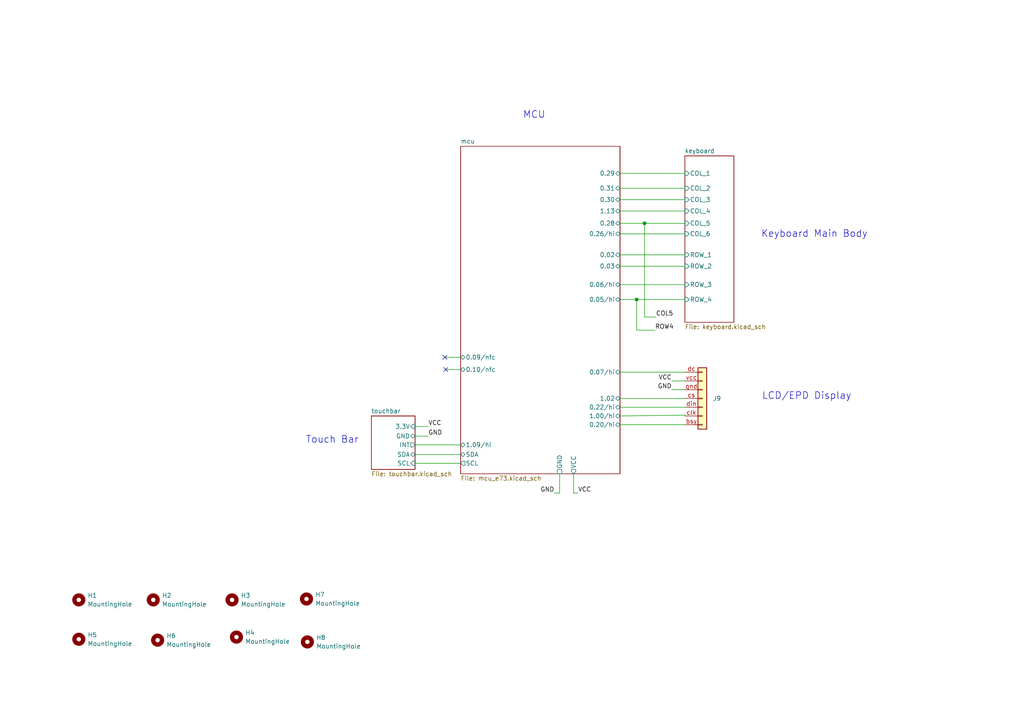
<source format=kicad_sch>
(kicad_sch (version 20211123) (generator eeschema)
  (paper "A4")
  (lib_symbols
    (symbol "Mechanical:MountingHole" (pin_names (offset 1.016))
      (property "Reference" "H" (at 0 5.08 0))
      (property "Value" "MountingHole" (at 0 3.175 0))
      (symbol "MountingHole_0_1"
        (circle (center 0 0) (radius 1.27) (stroke (width 1.27)))
      )
    )
    (symbol "mysymbol:Conn_LCD" (pin_names (offset 1.016) hide)
      (property "Reference" "J" (at 0 10.16 0))
      (property "Value" "Conn_LCD" (at 0 -10.16 0))
      (symbol "Conn_LCD_1_1"
        (rectangle (start -1.27 -7.493) (end 0 -7.747) (stroke (width 0.1524)))
        (rectangle (start -1.27 -4.953) (end 0 -5.207) (stroke (width 0.1524)))
        (rectangle (start -1.27 -2.413) (end 0 -2.667) (stroke (width 0.1524)))
        (rectangle (start -1.27 0.127) (end 0 -0.127) (stroke (width 0.1524)))
        (rectangle (start -1.27 2.667) (end 0 2.413) (stroke (width 0.1524)))
        (rectangle (start -1.27 5.207) (end 0 4.953) (stroke (width 0.1524)))
        (rectangle (start -1.27 7.747) (end 0 7.493) (stroke (width 0.1524)))
        (rectangle (start -1.27 8.89) (end 1.27 -8.89) (stroke (width 0.254)) (fill (type background)))
        (pin passive line (at -5.08 -7.62 0) (length 3.81) (name "bsy") (number "bsy"))
        (pin passive line (at -5.08 -5.08 0) (length 3.81) (name "clk") (number "clk"))
        (pin passive line (at -5.08 0 0) (length 3.81) (name "cs") (number "cs"))
        (pin passive line (at -5.08 7.62 0) (length 3.81) (name "dc") (number "dc"))
        (pin passive line (at -5.08 -2.54 0) (length 3.81) (name "din") (number "din"))
        (pin passive line (at -5.08 2.54 0) (length 3.81) (name "gnd") (number "gnd"))
        (pin passive line (at -5.08 5.08 0) (length 3.81) (name "vcc") (number "vcc"))
      )
    )
  )
  (junction (at 184.658 86.868))
  (junction (at 186.944 64.77))
  (no_connect (at 129.032 103.632))
  (no_connect (at 129.286 107.188))
  (wire (pts (xy 194.818 113.03) (xy 198.628 113.03)))
  (wire (pts (xy 194.818 110.49) (xy 198.628 110.49)))
  (wire (pts (xy 179.832 115.57) (xy 198.628 115.57)))
  (wire (pts (xy 179.832 64.77) (xy 186.944 64.77)))
  (wire (pts (xy 179.832 82.55) (xy 198.628 82.55)))
  (wire (pts (xy 179.832 50.292) (xy 198.628 50.292)))
  (wire (pts (xy 120.396 131.826) (xy 133.604 131.826)))
  (wire (pts (xy 198.628 120.396) (xy 198.628 120.65)))
  (wire (pts (xy 120.396 129.032) (xy 133.604 129.032)))
  (wire (pts (xy 179.832 120.65) (xy 198.628 120.396)))
  (wire (pts (xy 162.306 143.002) (xy 160.782 143.002)))
  (wire (pts (xy 179.832 123.19) (xy 198.628 123.19)))
  (wire (pts (xy 120.396 126.492) (xy 124.206 126.492)))
  (wire (pts (xy 162.306 137.414) (xy 162.306 143.002)))
  (wire (pts (xy 120.396 134.366) (xy 133.604 134.366)))
  (wire (pts (xy 189.992 95.758) (xy 184.658 95.758)))
  (wire (pts (xy 198.628 118.11) (xy 179.832 118.11)))
  (wire (pts (xy 166.37 143.002) (xy 167.64 143.002)))
  (wire (pts (xy 184.658 95.758) (xy 184.658 86.868)))
  (wire (pts (xy 186.944 91.948) (xy 186.944 64.77)))
  (wire (pts (xy 179.832 107.95) (xy 198.628 107.95)))
  (wire (pts (xy 179.832 57.912) (xy 198.628 57.912)))
  (wire (pts (xy 129.286 107.188) (xy 133.604 107.188)))
  (wire (pts (xy 179.832 54.61) (xy 198.628 54.61)))
  (wire (pts (xy 186.944 64.77) (xy 198.628 64.77)))
  (wire (pts (xy 179.832 77.216) (xy 198.628 77.216)))
  (wire (pts (xy 179.832 67.818) (xy 198.628 67.818)))
  (wire (pts (xy 184.658 86.868) (xy 198.628 86.868)))
  (wire (pts (xy 129.032 103.632) (xy 133.604 103.632)))
  (wire (pts (xy 120.396 123.698) (xy 124.206 123.698)))
  (wire (pts (xy 179.832 61.214) (xy 198.628 61.214)))
  (wire (pts (xy 179.832 86.868) (xy 184.658 86.868)))
  (wire (pts (xy 190.246 91.948) (xy 186.944 91.948)))
  (wire (pts (xy 179.832 73.914) (xy 198.628 73.914)))
  (wire (pts (xy 166.37 137.414) (xy 166.37 143.002)))
  (text "Touch Bar" (at 88.646 128.778 0) (effects (font (size 2 2)) (justify left bottom)))
  (text "LCD/EPD Display" (at 220.98 116.078 0) (effects (font (size 2 2)) (justify left bottom)))
  (text "Keyboard Main Body" (at 220.726 69.088 0) (effects (font (size 2 2)) (justify left bottom)))
  (text "MCU" (at 151.638 34.544 0) (effects (font (size 2 2)) (justify left bottom)))
  (label "VCC" (at 167.64 143.002 0))
  (label "GND" (at 194.818 113.03 180))
  (label "VCC" (at 124.206 123.698 0))
  (label "ROW4" (at 189.992 95.758 0))
  (label "GND" (at 160.782 143.002 180))
  (label "GND" (at 124.206 126.492 0))
  (label "COL5" (at 190.246 91.948 0))
  (label "VCC" (at 194.818 110.49 180))
  (symbol (lib_id "Mechanical:MountingHole") (at 22.86 173.99 0) (unit 1) (in_bom no)
    (property "Reference" "H1" (at 25.4 172.7199 0) (effects (justify left)))
    (property "Value" "MountingHole" (at 25.4 175.2599 0) (effects (justify left)))
    (property "Footprint" "MountingHole:MountingHole_3.2mm_M3_DIN965" (effects hide))
  )
  (symbol (lib_id "Mechanical:MountingHole") (at 45.72 185.674 0) (unit 1) (in_bom no)
    (property "Reference" "H6" (at 48.26 184.4039 0) (effects (justify left)))
    (property "Value" "MountingHole" (at 48.26 186.9439 0) (effects (justify left)))
    (property "Footprint" "MountingHole:MountingHole_3.2mm_M3_DIN965" (effects hide))
  )
  (symbol (lib_id "Mechanical:MountingHole") (at 88.9 173.736 0) (unit 1) (in_bom no)
    (property "Reference" "H7" (at 91.44 172.4659 0) (effects (justify left)))
    (property "Value" "MountingHole" (at 91.44 175.0059 0) (effects (justify left)))
    (property "Footprint" "MountingHole:MountingHole_3.2mm_M3_DIN965" (effects hide))
  )
  (symbol (lib_id "mysymbol:Conn_LCD") (at 203.708 115.57 0) (unit 1)
    (property "Reference" "J9" (at 206.756 115.5699 0) (effects (justify left)))
    (property "Value" "Conn_Display_general" (effects hide))
    (property "Footprint" "mylib:Conn_Display_MountHole" (effects hide))
  )
  (symbol (lib_id "Mechanical:MountingHole") (at 89.154 186.182 0) (unit 1) (in_bom no)
    (property "Reference" "H8" (at 91.694 184.9119 0) (effects (justify left)))
    (property "Value" "MountingHole" (at 91.694 187.4519 0) (effects (justify left)))
    (property "Footprint" "MountingHole:MountingHole_2mm" (effects hide))
  )
  (symbol (lib_id "Mechanical:MountingHole") (at 22.86 185.42 0) (unit 1) (in_bom no)
    (property "Reference" "H5" (at 25.4 184.1499 0) (effects (justify left)))
    (property "Value" "MountingHole" (at 25.4 186.6899 0) (effects (justify left)))
    (property "Footprint" "MountingHole:MountingHole_3.2mm_M3_DIN965" (effects hide))
  )
  (symbol (lib_id "Mechanical:MountingHole") (at 44.45 173.99 0) (unit 1) (in_bom no)
    (property "Reference" "H2" (at 46.99 172.7199 0) (effects (justify left)))
    (property "Value" "MountingHole" (at 46.99 175.2599 0) (effects (justify left)))
    (property "Footprint" "MountingHole:MountingHole_3.2mm_M3_DIN965" (effects hide))
  )
  (symbol (lib_id "Mechanical:MountingHole") (at 68.58 184.785 0) (unit 1) (in_bom no)
    (property "Reference" "H4" (at 71.12 183.5149 0) (effects (justify left)))
    (property "Value" "MountingHole" (at 71.12 186.0549 0) (effects (justify left)))
    (property "Footprint" "MountingHole:MountingHole_3.2mm_M3_DIN965" (effects hide))
  )
  (symbol (lib_id "Mechanical:MountingHole") (at 67.31 173.99 0) (unit 1) (in_bom no)
    (property "Reference" "H3" (at 69.85 172.7199 0) (effects (justify left)))
    (property "Value" "MountingHole" (at 69.85 175.2599 0) (effects (justify left)))
    (property "Footprint" "MountingHole:MountingHole_3.2mm_M3_DIN965" (effects hide))
  )
  (sheet (at 107.696 120.65) (size 12.7 15.494) (stroke (width 0.1524))
    (property "Sheet name" "touchbar" (at 107.696 119.9384 0) (effects (justify left bottom)))
    (property "Sheet file" "touchbar.kicad_sch" (at 107.696 136.7286 0) (effects (justify left top)))
    (pin "GND" bidirectional (at 120.396 126.492 0))
    (pin "INT" output (at 120.396 129.032 0))
    (pin "SDA" bidirectional (at 120.396 131.826 0))
    (pin "SCL" input (at 120.396 134.366 0))
    (pin "3.3V" input (at 120.396 123.698 0))
  )
  (sheet (at 198.628 45.212) (size 14.224 48.26) (stroke (width 0.1524))
    (property "Sheet name" "keyboard" (at 198.628 44.5004 0) (effects (justify left bottom)))
    (property "Sheet file" "keyboard.kicad_sch" (at 198.628 94.0566 0) (effects (justify left top)))
    (pin "COL_4" input (at 198.628 61.214 180))
    (pin "COL_1" input (at 198.628 50.292 180))
    (pin "COL_2" input (at 198.628 54.61 180))
    (pin "COL_3" input (at 198.628 57.912 180))
    (pin "COL_5" input (at 198.628 64.77 180))
    (pin "ROW_1" input (at 198.628 73.914 180))
    (pin "ROW_4" input (at 198.628 86.868 180))
    (pin "ROW_2" input (at 198.628 77.216 180))
    (pin "ROW_3" input (at 198.628 82.55 180))
    (pin "COL_6" input (at 198.628 67.818 180))
  )
  (sheet (at 133.604 42.418) (size 46.228 94.996) (stroke (width 0.1524))
    (property "Sheet name" "mcu" (at 133.604 41.7064 0) (effects (justify left bottom)))
    (property "Sheet file" "mcu_e73.kicad_sch" (at 133.604 137.9986 0) (effects (justify left top)))
    (pin "VCC" output (at 166.37 137.414 270))
    (pin "GND" passive (at 162.306 137.414 270))
    (pin "0.26{slash}hi" bidirectional (at 179.832 67.818 0))
    (pin "0.06{slash}hi" bidirectional (at 179.832 82.55 0))
    (pin "0.30" bidirectional (at 179.832 57.912 0))
    (pin "0.31" bidirectional (at 179.832 54.61 0))
    (pin "1.09{slash}hi" bidirectional (at 133.604 129.032 180))
    (pin "0.05{slash}hi" bidirectional (at 179.832 86.868 0))
    (pin "0.22{slash}hi" bidirectional (at 179.832 118.11 0))
    (pin "0.20{slash}hi" bidirectional (at 179.832 123.19 0))
    (pin "1.00{slash}hi" bidirectional (at 179.832 120.65 0))
    (pin "0.07{slash}hi" bidirectional (at 179.832 107.95 0))
    (pin "0.03" bidirectional (at 179.832 77.216 0))
    (pin "0.28" bidirectional (at 179.832 64.77 0))
    (pin "1.13" bidirectional (at 179.832 61.214 0))
    (pin "0.02" bidirectional (at 179.832 73.914 0))
    (pin "0.29" bidirectional (at 179.832 50.292 0))
    (pin "1.02" bidirectional (at 179.832 115.57 0))
    (pin "0.09{slash}nfc" bidirectional (at 133.604 103.632 180))
    (pin "0.10{slash}nfc" bidirectional (at 133.604 107.188 180))
    (pin "SCL" output (at 133.604 134.366 180))
    (pin "SDA" bidirectional (at 133.604 131.826 180))
  )
)
</source>
